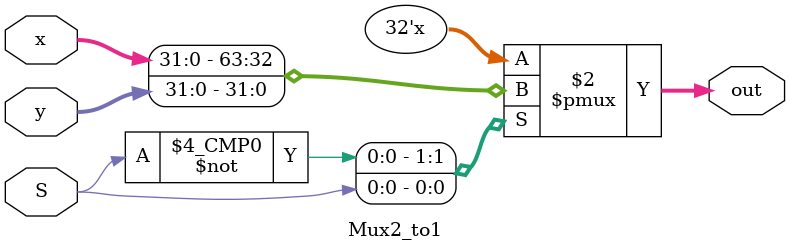
<source format=v>
module Mux2_to1(x,y,S,out);
parameter n = 32 ;

input[n-1:0] x ,y ;
output reg[n-1:0] out ;

input S;
always@(*)begin
	case(S)
		1'b0 : out = x ;
		1'b1 : out = y ;
		endcase
end

endmodule 
</source>
